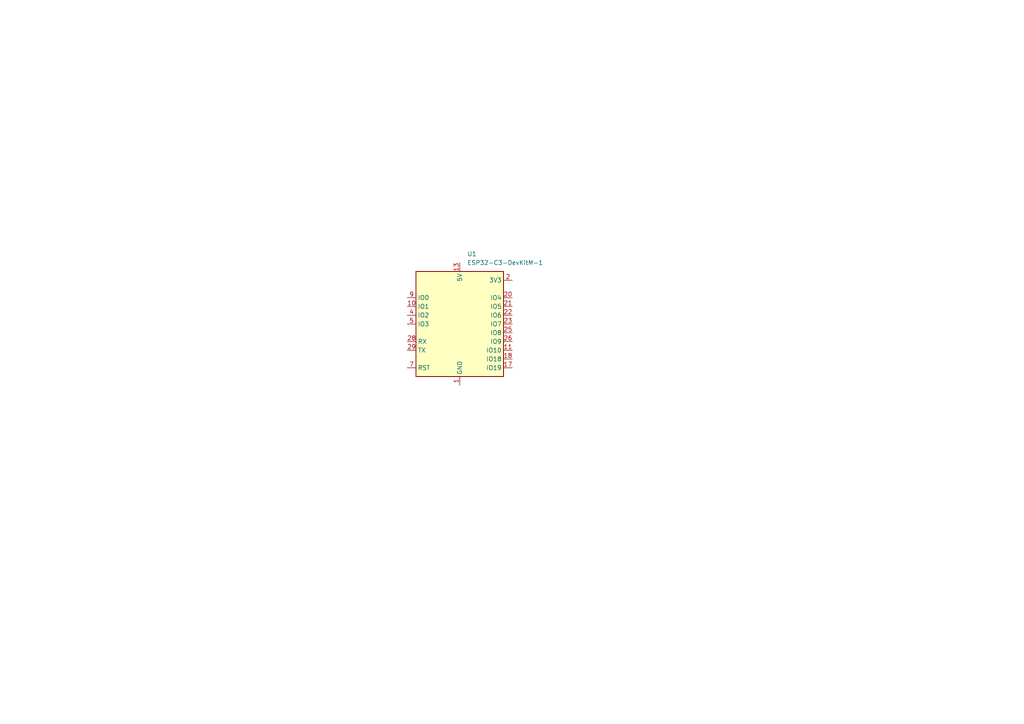
<source format=kicad_sch>
(kicad_sch (version 20250114) (generator "eeschema") (generator_version "9.0")
  (paper "A4")
  (lib_symbols
    (symbol "RF_Module:ESP32-C3-DevKitM-1"
      (property "Reference" "U" (at 7.62 16.51 0))
      (property "Value" "ESP32-C3-DevKitM-1" (at 11.684 -16.764 0))
      (symbol "ESP32-C3-DevKitM-1_1_1"
        (rectangle (start -12.7 15.24) (end 12.7 -15.24) (stroke (width 0.254)) (fill (type background)))
        (pin bidirectional line (at -15.24 7.62 0) (length 2.54) (name "IO0") (number "9"))
        (pin bidirectional line (at -15.24 5.08 0) (length 2.54) (name "IO1") (number "10"))
        (pin bidirectional line (at -15.24 2.54 0) (length 2.54) (name "IO2") (number "4"))
        (pin bidirectional line (at -15.24 0 0) (length 2.54) (name "IO3") (number "5"))
        (pin input line (at -15.24 -5.08 0) (length 2.54) (name "RX") (number "28"))
        (pin output line (at -15.24 -7.62 0) (length 2.54) (name "TX") (number "29"))
        (pin input line (at -15.24 -12.7 0) (length 2.54) (name "RST") (number "7"))
        (pin passive line (at 0 17.78 270) (length 2.54) (name "5V") (number "13"))
        (pin passive line (at 0 17.78 270) (length 2.54) (hide yes) (name "5V") (number "14"))
        (pin power_in line (at 0 -17.78 90) (length 2.54) (name "GND") (number "1"))
        (pin passive line (at 0 -17.78 90) (length 2.54) (hide yes) (name "GND") (number "12"))
        (pin passive line (at 0 -17.78 90) (length 2.54) (hide yes) (name "GND") (number "15"))
        (pin passive line (at 0 -17.78 90) (length 2.54) (hide yes) (name "GND") (number "16"))
        (pin passive line (at 0 -17.78 90) (length 2.54) (hide yes) (name "GND") (number "19"))
        (pin passive line (at 0 -17.78 90) (length 2.54) (hide yes) (name "GND") (number "24"))
        (pin passive line (at 0 -17.78 90) (length 2.54) (hide yes) (name "GND") (number "27"))
        (pin passive line (at 0 -17.78 90) (length 2.54) (hide yes) (name "GND") (number "30"))
        (pin passive line (at 0 -17.78 90) (length 2.54) (hide yes) (name "GND") (number "6"))
        (pin passive line (at 0 -17.78 90) (length 2.54) (hide yes) (name "GND") (number "8"))
        (pin power_out line (at 15.24 12.7 180) (length 2.54) (name "3V3") (number "2"))
        (pin passive line (at 15.24 12.7 180) (length 2.54) (hide yes) (name "3V3") (number "3"))
        (pin bidirectional line (at 15.24 7.62 180) (length 2.54) (name "IO4") (number "20"))
        (pin bidirectional line (at 15.24 5.08 180) (length 2.54) (name "IO5") (number "21"))
        (pin bidirectional line (at 15.24 2.54 180) (length 2.54) (name "IO6") (number "22"))
        (pin bidirectional line (at 15.24 0 180) (length 2.54) (name "IO7") (number "23"))
        (pin bidirectional line (at 15.24 -2.54 180) (length 2.54) (name "IO8") (number "25"))
        (pin bidirectional line (at 15.24 -5.08 180) (length 2.54) (name "IO9") (number "26"))
        (pin bidirectional line (at 15.24 -7.62 180) (length 2.54) (name "IO10") (number "11"))
        (pin bidirectional line (at 15.24 -10.16 180) (length 2.54) (name "IO18") (number "18"))
        (pin bidirectional line (at 15.24 -12.7 180) (length 2.54) (name "IO19") (number "17"))
      )
    )
  )
  (symbol (lib_id "RF_Module:ESP32-C3-DevKitM-1") (at 133.35 93.98 0) (unit 1)
    (property "Reference" "U1" (at 135.4933 73.66 0) (effects (justify left)))
    (property "Value" "ESP32-C3-DevKitM-1" (at 135.4933 76.2 0) (effects (justify left)))
    (property "Footprint" "RF_Module:ESP32-C3-DevKitM-1" (effects (hide yes)))
    (property "Datasheet" "https://docs.espressif.com/projects/esp-idf/en/latest/esp32c3/hw-reference/esp32c3/user-guide-devkitm-1.html" (effects (hide yes)))
    (property "Description" "Development board featuring ESP32-C3-MINI-1 module" (effects (hide yes)))
  )
)
</source>
